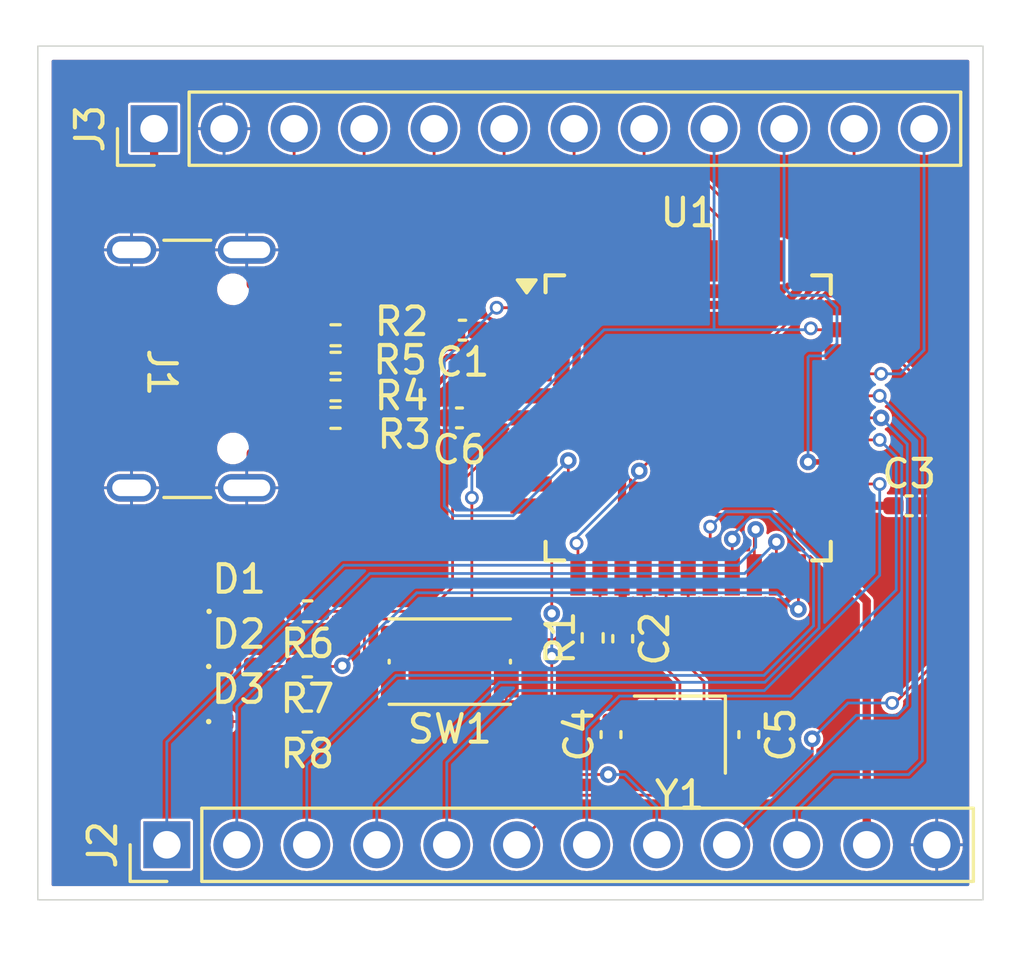
<source format=kicad_pcb>
(kicad_pcb (version 20240108) (generator "pcbnew") (generator_version "8.0")
  (layers (0 "F.Cu" signal) (31 "B.Cu" signal) (34 "B.Paste" user) (35 "F.Paste" user) (36 "B.SilkS" user "B.Silkscreen") (37 "F.SilkS" user "F.Silkscreen") (38 "B.Mask" user) (39 "F.Mask" user) (44 "Edge.Cuts" user))
  (net 0 "")
  (net 1 "GND")
  (net 2 "VCC")
  (net 3 "Net-(U1-XTAL2)")
  (net 4 "Net-(U1-XTAL1)")
  (net 5 "Net-(U1-UCAP)")
  (net 6 "Net-(D1-A)")
  (net 7 "Net-(D2-A)")
  (net 8 "Net-(D3-A)")
  (net 10 "Net-(J1-CC2)")
  (net 12 "Net-(J1-CC1)")
  (net 13 "Net-(J1-D+-PadA6)")
  (net 14 "Net-(J1-D--PadA7)")
  (net 15 "/D4")
  (net 16 "/D9")
  (net 17 "/D6")
  (net 18 "/D5")
  (net 19 "/D3")
  (net 20 "/D7")
  (net 21 "/D1")
  (net 22 "/D8")
  (net 23 "/D0")
  (net 24 "/D2")
  (net 25 "/D10")
  (net 26 "/A1")
  (net 27 "/D12")
  (net 28 "/A3")
  (net 29 "/D13")
  (net 30 "/A4")
  (net 31 "/A5")
  (net 32 "/A0")
  (net 33 "/D11")
  (net 34 "/A2")
  (net 35 "Net-(U1-~{RESET})")
  (net 36 "/D+")
  (net 37 "/D-")
  (net 38 "/RX_LED")
  (net 39 "/TX_LED")
  (footprint "Resistor_SMD:R_0402_1005Metric" (layer "F.Cu") (at 62.834237 37.486171 90)
    (property "Reference" "R1" (at 0 -1.17 90) (layer "F.SilkS"))
    (property "Value" "10k")
    (fp_line (start -0.153641 -0.38) (end 0.153641 -0.38) (stroke (width 0.12)) (layer "F.SilkS"))
    (fp_line (start -0.153641 0.38) (end 0.153641 0.38) (stroke (width 0.12)) (layer "F.SilkS"))
    (pad "1" smd roundrect (at -0.51 0 90) (size 0.54 0.64) (layers "F.Cu" "F.Paste" "F.Mask") (net 2 "VCC"))
    (pad "2" smd roundrect (at 0.51 0 90) (size 0.54 0.64) (layers "F.Cu" "F.Paste" "F.Mask") (net 35 "Net-(U1-~{RESET})"))
  )
  (footprint "Capacitor_SMD:C_0402_1005Metric_Pad0.74x0.62mm_HandSolder" (layer "F.Cu") (at 74.318049 32.69156)
    (property "Reference" "C3" (at 0 -1.16 0) (layer "F.SilkS"))
    (property "Value" "100n")
    (fp_line (start -0.115835 -0.36) (end 0.115835 -0.36) (stroke (width 0.12)) (layer "F.SilkS"))
    (fp_line (start -0.115835 0.36) (end 0.115835 0.36) (stroke (width 0.12)) (layer "F.SilkS"))
    (pad "1" smd roundrect (at -0.5675 0) (size 0.735 0.62) (layers "F.Cu" "F.Paste" "F.Mask") (net 2 "VCC"))
    (pad "2" smd roundrect (at 0.5675 0) (size 0.735 0.62) (layers "F.Cu" "F.Paste" "F.Mask") (net 1 "GND"))
  )
  (footprint "Button_Switch_SMD:SW_Push_1P1T_NO_CK_KMR2" (layer "F.Cu") (at 57.65 38.35 180)
    (property "Reference" "SW1" (at 0 -2.45 0) (layer "F.SilkS"))
    (property "Value" "SW_Push")
    (fp_line (start 2.2 0.05) (end 2.2 -0.05) (stroke (width 0.12)) (layer "F.SilkS"))
    (fp_line (start 2.2 -1.55) (end -2.2 -1.55) (stroke (width 0.12)) (layer "F.SilkS"))
    (fp_line (start -2.2 1.55) (end 2.2 1.55) (stroke (width 0.12)) (layer "F.SilkS"))
    (fp_line (start -2.2 0.05) (end -2.2 -0.05) (stroke (width 0.12)) (layer "F.SilkS"))
    (pad "1" smd rect (at -2.05 -0.8 180) (size 0.9 1) (layers "F.Cu" "F.Paste" "F.Mask") (net 1 "GND"))
    (pad "1" smd rect (at 2.05 -0.8 180) (size 0.9 1) (layers "F.Cu" "F.Paste" "F.Mask") (net 1 "GND"))
    (pad "2" smd rect (at -2.05 0.8 180) (size 0.9 1) (layers "F.Cu" "F.Paste" "F.Mask") (net 35 "Net-(U1-~{RESET})"))
    (pad "2" smd rect (at 2.05 0.8 180) (size 0.9 1) (layers "F.Cu" "F.Paste" "F.Mask") (net 35 "Net-(U1-~{RESET})"))
  )
  (footprint "Capacitor_SMD:C_0402_1005Metric" (layer "F.Cu") (at 63.5 41 90)
    (property "Reference" "C4" (at 0 -1.16 90) (layer "F.SilkS"))
    (property "Value" "22p")
    (fp_line (start -0.107836 -0.36) (end 0.107836 -0.36) (stroke (width 0.12)) (layer "F.SilkS"))
    (fp_line (start -0.107836 0.36) (end 0.107836 0.36) (stroke (width 0.12)) (layer "F.SilkS"))
    (pad "1" smd roundrect (at -0.48 0 90) (size 0.56 0.62) (layers "F.Cu" "F.Paste" "F.Mask") (net 3 "Net-(U1-XTAL2)"))
    (pad "2" smd roundrect (at 0.48 0 90) (size 0.56 0.62) (layers "F.Cu" "F.Paste" "F.Mask") (net 1 "GND"))
  )
  (footprint "Capacitor_SMD:C_0402_1005Metric_Pad0.74x0.62mm_HandSolder" (layer "F.Cu") (at 58.108788 26.314621 180)
    (property "Reference" "C1" (at 0 -1.16 0) (layer "F.SilkS"))
    (property "Value" "100n")
    (fp_line (start -0.115835 0.36) (end 0.115835 0.36) (stroke (width 0.12)) (layer "F.SilkS"))
    (fp_line (start -0.115835 -0.36) (end 0.115835 -0.36) (stroke (width 0.12)) (layer "F.SilkS"))
    (pad "1" smd roundrect (at -0.5675 0 180) (size 0.735 0.62) (layers "F.Cu" "F.Paste" "F.Mask") (net 2 "VCC"))
    (pad "2" smd roundrect (at 0.5675 0 180) (size 0.735 0.62) (layers "F.Cu" "F.Paste" "F.Mask") (net 1 "GND"))
  )
  (footprint "Resistor_SMD:R_0402_1005Metric_Pad0.72x0.64mm_HandSolder" (layer "F.Cu") (at 53.505 27.5)
    (property "Reference" "R5" (at 2.345 -0.1 0) (layer "F.SilkS"))
    (property "Value" "22")
    (fp_line (start -0.167621 -0.38) (end 0.167621 -0.38) (stroke (width 0.12)) (layer "F.SilkS"))
    (fp_line (start -0.167621 0.38) (end 0.167621 0.38) (stroke (width 0.12)) (layer "F.SilkS"))
    (pad "1" smd roundrect (at -0.5975 0) (size 0.715 0.64) (layers "F.Cu" "F.Paste" "F.Mask") (net 13 "Net-(J1-D+-PadA6)"))
    (pad "2" smd roundrect (at 0.5975 0) (size 0.715 0.64) (layers "F.Cu" "F.Paste" "F.Mask") (net 37 "/D-"))
  )
  (footprint "Connector_USB:USB_C_Receptacle_GCT_USB4105-xx-A_16P_TopMnt_Horizontal" (layer "F.Cu") (at 47.175 27.72 -90)
    (property "Reference" "J1" (at 0.13 -0.025 -90) (layer "F.SilkS"))
    (property "Value" "USB_C_Receptacle_USB2.0_16P")
    (fp_line (start -4.67 -0.1) (end -4.67 -1.8) (stroke (width 0.12)) (layer "F.SilkS"))
    (fp_line (start 4.67 -0.1) (end 4.67 -1.8) (stroke (width 0.12)) (layer "F.SilkS"))
    (pad "" np_thru_hole circle (at -2.89 -2.605 270) (size 0.65 0.65) (drill 0.65) (layers "F&B.Cu" "*.Mask"))
    (pad "" np_thru_hole circle (at 2.89 -2.605 270) (size 0.65 0.65) (drill 0.65) (layers "F&B.Cu" "*.Mask"))
    (pad "A1" smd roundrect (at -3.2 -3.68 270) (size 0.6 1.15) (layers "F.Cu" "F.Paste" "F.Mask") (net 1 "GND"))
    (pad "A4" smd roundrect (at -2.4 -3.68 270) (size 0.6 1.15) (layers "F.Cu" "F.Paste" "F.Mask") (net 2 "VCC"))
    (pad "A5" smd roundrect (at -1.25 -3.68 270) (size 0.3 1.15) (layers "F.Cu" "F.Paste" "F.Mask") (net 12 "Net-(J1-CC1)"))
    (pad "A6" smd roundrect (at -0.25 -3.68 270) (size 0.3 1.15) (layers "F.Cu" "F.Paste" "F.Mask") (net 13 "Net-(J1-D+-PadA6)"))
    (pad "A7" smd roundrect (at 0.25 -3.68 270) (size 0.3 1.15) (layers "F.Cu" "F.Paste" "F.Mask") (net 14 "Net-(J1-D--PadA7)"))
    (pad "A8" smd roundrect (at 1.25 -3.68 270) (size 0.3 1.15) (layers "F.Cu" "F.Paste" "F.Mask"))
    (pad "A9" smd roundrect (at 2.4 -3.68 270) (size 0.6 1.15) (layers "F.Cu" "F.Paste" "F.Mask") (net 2 "VCC"))
    (pad "A12" smd roundrect (at 3.2 -3.68 270) (size 0.6 1.15) (layers "F.Cu" "F.Paste" "F.Mask") (net 1 "GND"))
    (pad "B1" smd roundrect (at 3.2 -3.68 270) (size 0.6 1.15) (layers "F.Cu" "F.Paste" "F.Mask") (net 1 "GND"))
    (pad "B4" smd roundrect (at 2.4 -3.68 270) (size 0.6 1.15) (layers "F.Cu" "F.Paste" "F.Mask") (net 2 "VCC"))
    (pad "B5" smd roundrect (at 1.75 -3.68 270) (size 0.3 1.15) (layers "F.Cu" "F.Paste" "F.Mask") (net 10 "Net-(J1-CC2)"))
    (pad "B6" smd roundrect (at 0.75 -3.68 270) (size 0.3 1.15) (layers "F.Cu" "F.Paste" "F.Mask") (net 13 "Net-(J1-D+-PadA6)"))
    (pad "B7" smd roundrect (at -0.75 -3.68 270) (size 0.3 1.15) (layers "F.Cu" "F.Paste" "F.Mask") (net 14 "Net-(J1-D--PadA7)"))
    (pad "B8" smd roundrect (at -1.75 -3.68 270) (size 0.3 1.15) (layers "F.Cu" "F.Paste" "F.Mask"))
    (pad "B9" smd roundrect (at -2.4 -3.68 270) (size 0.6 1.15) (layers "F.Cu" "F.Paste" "F.Mask") (net 2 "VCC"))
    (pad "B12" smd roundrect (at -3.2 -3.68 270) (size 0.6 1.15) (layers "F.Cu" "F.Paste" "F.Mask") (net 1 "GND"))
    (pad "S1" thru_hole oval (at -4.32 -3.105 270) (size 1 2.1) (drill oval 0.6 1.7) (layers "*.Cu" "*.Mask" "F.Paste") (net 1 "GND"))
    (pad "S1" thru_hole oval (at -4.32 1.075 270) (size 1 1.8) (drill oval 0.6 1.4) (layers "*.Cu" "*.Mask" "F.Paste") (net 1 "GND"))
    (pad "S1" thru_hole oval (at 4.32 -3.105 270) (size 1 2.1) (drill oval 0.6 1.7) (layers "*.Cu" "*.Mask" "F.Paste") (net 1 "GND"))
    (pad "S1" thru_hole oval (at 4.32 1.075 270) (size 1 1.8) (drill oval 0.6 1.4) (layers "*.Cu" "*.Mask" "F.Paste") (net 1 "GND"))
  )
  (footprint "Capacitor_SMD:C_0402_1005Metric" (layer "F.Cu") (at 58 29.5 180)
    (property "Reference" "C6" (at 0 -1.16 0) (layer "F.SilkS"))
    (property "Value" "1u")
    (fp_line (start -0.107836 0.36) (end 0.107836 0.36) (stroke (width 0.12)) (layer "F.SilkS"))
    (fp_line (start -0.107836 -0.36) (end 0.107836 -0.36) (stroke (width 0.12)) (layer "F.SilkS"))
    (pad "1" smd roundrect (at -0.48 0 180) (size 0.56 0.62) (layers "F.Cu" "F.Paste" "F.Mask") (net 5 "Net-(U1-UCAP)"))
    (pad "2" smd roundrect (at 0.48 0 180) (size 0.56 0.62) (layers "F.Cu" "F.Paste" "F.Mask") (net 1 "GND"))
  )
  (footprint "Resistor_SMD:R_0402_1005Metric" (layer "F.Cu") (at 52.48 40.525 180)
    (property "Reference" "R8" (at 0 -1.17 0) (layer "F.SilkS"))
    (property "Value" "330")
    (fp_line (start -0.153641 0.38) (end 0.153641 0.38) (stroke (width 0.12)) (layer "F.SilkS"))
    (fp_line (start -0.153641 -0.38) (end 0.153641 -0.38) (stroke (width 0.12)) (layer "F.SilkS"))
    (pad "1" smd roundrect (at -0.51 0 180) (size 0.54 0.64) (layers "F.Cu" "F.Paste" "F.Mask") (net 29 "/D13"))
    (pad "2" smd roundrect (at 0.51 0 180) (size 0.54 0.64) (layers "F.Cu" "F.Paste" "F.Mask") (net 8 "Net-(D3-A)"))
  )
  (footprint "Connector_PinHeader_2.54mm:PinHeader_1x12_P2.54mm_Vertical" (layer "F.Cu") (at 46.92 19 90)
    (property "Reference" "J3" (at 0 -2.33 90) (layer "F.SilkS"))
    (property "Value" "Conn_01x12")
    (fp_line (start -1.33 -1.33) (end 0 -1.33) (stroke (width 0.12)) (layer "F.SilkS"))
    (fp_line (start -1.33 0) (end -1.33 -1.33) (stroke (width 0.12)) (layer "F.SilkS"))
    (fp_line (start 1.33 1.27) (end 1.33 29.27) (stroke (width 0.12)) (layer "F.SilkS"))
    (fp_line (start -1.33 1.27) (end 1.33 1.27) (stroke (width 0.12)) (layer "F.SilkS"))
    (fp_line (start -1.33 1.27) (end -1.33 29.27) (stroke (width 0.12)) (layer "F.SilkS"))
    (fp_line (start -1.33 29.27) (end 1.33 29.27) (stroke (width 0.12)) (layer "F.SilkS"))
    (pad "1" thru_hole rect (at 0 0 90) (size 1.7 1.7) (drill 1) (layers "*.Cu" "*.Mask") (net 2 "VCC"))
    (pad "2" thru_hole oval (at 0 2.54 90) (size 1.7 1.7) (drill 1) (layers "*.Cu" "*.Mask") (net 1 "GND"))
    (pad "3" thru_hole oval (at 0 5.08 90) (size 1.7 1.7) (drill 1) (layers "*.Cu" "*.Mask") (net 31 "/A5"))
    (pad "4" thru_hole oval (at 0 7.62 90) (size 1.7 1.7) (drill 1) (layers "*.Cu" "*.Mask") (net 30 "/A4"))
    (pad "5" thru_hole oval (at 0 10.16 90) (size 1.7 1.7) (drill 1) (layers "*.Cu" "*.Mask") (net 28 "/A3"))
    (pad "6" thru_hole oval (at 0 12.7 90) (size 1.7 1.7) (drill 1) (layers "*.Cu" "*.Mask") (net 34 "/A2"))
    (pad "7" thru_hole oval (at 0 15.24 90) (size 1.7 1.7) (drill 1) (layers "*.Cu" "*.Mask") (net 26 "/A1"))
    (pad "8" thru_hole oval (at 0 17.78 90) (size 1.7 1.7) (drill 1) (layers "*.Cu" "*.Mask") (net 32 "/A0"))
    (pad "9" thru_hole oval (at 0 20.32 90) (size 1.7 1.7) (drill 1) (layers "*.Cu" "*.Mask") (net 29 "/D13"))
    (pad "10" thru_hole oval (at 0 22.86 90) (size 1.7 1.7) (drill 1) (layers "*.Cu" "*.Mask") (net 27 "/D12"))
    (pad "11" thru_hole oval (at 0 25.4 90) (size 1.7 1.7) (drill 1) (layers "*.Cu" "*.Mask") (net 33 "/D11"))
    (pad "12" thru_hole oval (at 0 27.94 90) (size 1.7 1.7) (drill 1) (layers "*.Cu" "*.Mask") (net 25 "/D10"))
  )
  (footprint "Resistor_SMD:R_0402_1005Metric" (layer "F.Cu") (at 52.49 36.525 180)
    (property "Reference" "R6" (at 0 -1.17 0) (layer "F.SilkS"))
    (property "Value" "330")
    (fp_line (start -0.153641 0.38) (end 0.153641 0.38) (stroke (width 0.12)) (layer "F.SilkS"))
    (fp_line (start -0.153641 -0.38) (end 0.153641 -0.38) (stroke (width 0.12)) (layer "F.SilkS"))
    (pad "1" smd roundrect (at -0.51 0 180) (size 0.54 0.64) (layers "F.Cu" "F.Paste" "F.Mask") (net 38 "/RX_LED"))
    (pad "2" smd roundrect (at 0.51 0 180) (size 0.54 0.64) (layers "F.Cu" "F.Paste" "F.Mask") (net 6 "Net-(D1-A)"))
  )
  (footprint "Connector_PinHeader_2.54mm:PinHeader_1x12_P2.54mm_Vertical" (layer "F.Cu") (at 47.38 45 90)
    (property "Reference" "J2" (at 0 -2.33 90) (layer "F.SilkS"))
    (property "Value" "Conn_01x12")
    (fp_line (start -1.33 -1.33) (end 0 -1.33) (stroke (width 0.12)) (layer "F.SilkS"))
    (fp_line (start -1.33 0) (end -1.33 -1.33) (stroke (width 0.12)) (layer "F.SilkS"))
    (fp_line (start 1.33 1.27) (end 1.33 29.27) (stroke (width 0.12)) (layer "F.SilkS"))
    (fp_line (start -1.33 1.27) (end 1.33 1.27) (stroke (width 0.12)) (layer "F.SilkS"))
    (fp_line (start -1.33 1.27) (end -1.33 29.27) (stroke (width 0.12)) (layer "F.SilkS"))
    (fp_line (start -1.33 29.27) (end 1.33 29.27) (stroke (width 0.12)) (layer "F.SilkS"))
    (pad "1" thru_hole rect (at 0 0 90) (size 1.7 1.7) (drill 1) (layers "*.Cu" "*.Mask") (net 23 "/D0"))
    (pad "2" thru_hole oval (at 0 2.54 90) (size 1.7 1.7) (drill 1) (layers "*.Cu" "*.Mask") (net 21 "/D1"))
    (pad "3" thru_hole oval (at 0 5.08 90) (size 1.7 1.7) (drill 1) (layers "*.Cu" "*.Mask") (net 24 "/D2"))
    (pad "4" thru_hole oval (at 0 7.62 90) (size 1.7 1.7) (drill 1) (layers "*.Cu" "*.Mask") (net 19 "/D3"))
    (pad "5" thru_hole oval (at 0 10.16 90) (size 1.7 1.7) (drill 1) (layers "*.Cu" "*.Mask") (net 15 "/D4"))
    (pad "6" thru_hole oval (at 0 12.7 90) (size 1.7 1.7) (drill 1) (layers "*.Cu" "*.Mask") (net 18 "/D5"))
    (pad "7" thru_hole oval (at 0 15.24 90) (size 1.7 1.7) (drill 1) (layers "*.Cu" "*.Mask") (net 17 "/D6"))
    (pad "8" thru_hole oval (at 0 17.78 90) (size 1.7 1.7) (drill 1) (layers "*.Cu" "*.Mask") (net 20 "/D7"))
    (pad "9" thru_hole oval (at 0 20.32 90) (size 1.7 1.7) (drill 1) (layers "*.Cu" "*.Mask") (net 22 "/D8"))
    (pad "10" thru_hole oval (at 0 22.86 90) (size 1.7 1.7) (drill 1) (layers "*.Cu" "*.Mask") (net 16 "/D9"))
    (pad "11" thru_hole oval (at 0 25.4 90) (size 1.7 1.7) (drill 1) (layers "*.Cu" "*.Mask") (net 2 "VCC"))
    (pad "12" thru_hole oval (at 0 27.94 90) (size 1.7 1.7) (drill 1) (layers "*.Cu" "*.Mask") (net 1 "GND"))
  )
  (footprint "Resistor_SMD:R_0402_1005Metric_Pad0.72x0.64mm_HandSolder" (layer "F.Cu") (at 53.5025 28.5)
    (property "Reference" "R4" (at 2.3975 0.2 0) (layer "F.SilkS"))
    (property "Value" "22")
    (fp_line (start -0.167621 -0.38) (end 0.167621 -0.38) (stroke (width 0.12)) (layer "F.SilkS"))
    (fp_line (start -0.167621 0.38) (end 0.167621 0.38) (stroke (width 0.12)) (layer "F.SilkS"))
    (pad "1" smd roundrect (at -0.5975 0) (size 0.715 0.64) (layers "F.Cu" "F.Paste" "F.Mask") (net 14 "Net-(J1-D--PadA7)"))
    (pad "2" smd roundrect (at 0.5975 0) (size 0.715 0.64) (layers "F.Cu" "F.Paste" "F.Mask") (net 36 "/D+"))
  )
  (footprint "LED_SMD:LED_0402_1005Metric" (layer "F.Cu") (at 49.99 38.525)
    (property "Reference" "D2" (at 0 -1.17 0) (layer "F.SilkS"))
    (property "Value" "BLUE")
    (fp_circle (center -1.09 0) (end -1.04 0) (stroke (width 0.1)) (fill none) (layer "F.SilkS"))
    (pad "1" smd roundrect (at -0.485 0) (size 0.59 0.64) (layers "F.Cu" "F.Paste" "F.Mask") (net 1 "GND"))
    (pad "2" smd roundrect (at 0.485 0) (size 0.59 0.64) (layers "F.Cu" "F.Paste" "F.Mask") (net 7 "Net-(D2-A)"))
  )
  (footprint "LED_SMD:LED_0402_1005Metric" (layer "F.Cu") (at 49.99 40.525)
    (property "Reference" "D3" (at 0 -1.17 0) (layer "F.SilkS"))
    (property "Value" "BLUE")
    (fp_circle (center -1.09 0) (end -1.04 0) (stroke (width 0.1)) (fill none) (layer "F.SilkS"))
    (pad "1" smd roundrect (at -0.485 0) (size 0.59 0.64) (layers "F.Cu" "F.Paste" "F.Mask") (net 1 "GND"))
    (pad "2" smd roundrect (at 0.485 0) (size 0.59 0.64) (layers "F.Cu" "F.Paste" "F.Mask") (net 8 "Net-(D3-A)"))
  )
  (footprint "Resistor_SMD:R_0402_1005Metric" (layer "F.Cu") (at 52.48 38.525 180)
    (property "Reference" "R7" (at 0 -1.17 0) (layer "F.SilkS"))
    (property "Value" "330")
    (fp_line (start -0.153641 0.38) (end 0.153641 0.38) (stroke (width 0.12)) (layer "F.SilkS"))
    (fp_line (start -0.153641 -0.38) (end 0.153641 -0.38) (stroke (width 0.12)) (layer "F.SilkS"))
    (pad "1" smd roundrect (at -0.51 0 180) (size 0.54 0.64) (layers "F.Cu" "F.Paste" "F.Mask") (net 39 "/TX_LED"))
    (pad "2" smd roundrect (at 0.51 0 180) (size 0.54 0.64) (layers "F.Cu" "F.Paste" "F.Mask") (net 7 "Net-(D2-A)"))
  )
  (footprint "Capacitor_SMD:C_0402_1005Metric_Pad0.74x0.62mm_HandSolder" (layer "F.Cu") (at 63.925009 37.518195 -90)
    (property "Reference" "C2" (at 0 -1.16 90) (layer "F.SilkS"))
    (property "Value" "100n")
    (fp_line (start -0.115835 0.36) (end 0.115835 0.36) (stroke (width 0.12)) (layer "F.SilkS"))
    (fp_line (start -0.115835 -0.36) (end 0.115835 -0.36) (stroke (width 0.12)) (layer "F.SilkS"))
    (pad "1" smd roundrect (at -0.5675 0 270) (size 0.735 0.62) (layers "F.Cu" "F.Paste" "F.Mask") (net 2 "VCC"))
    (pad "2" smd roundrect (at 0.5675 0 270) (size 0.735 0.62) (layers "F.Cu" "F.Paste" "F.Mask") (net 1 "GND"))
  )
  (footprint "Package_QFP:TQFP-44_10x10mm_P0.8mm" (layer "F.Cu") (at 66.3 29.5)
    (property "Reference" "U1" (at 0 -7.45 0) (layer "F.SilkS"))
    (property "Value" "ATmega32U4-A")
    (fp_line (start -5.175 -5.175) (end -5.175 -4.56) (stroke (width 0.15)) (layer "F.SilkS"))
    (fp_line (start -5.175 -5.175) (end -4.5 -5.175) (stroke (width 0.15)) (layer "F.SilkS"))
    (fp_line (start -5.175 5.175) (end -5.175 4.5) (stroke (width 0.15)) (layer "F.SilkS"))
    (fp_line (start -5.175 5.175) (end -4.5 5.175) (stroke (width 0.15)) (layer "F.SilkS"))
    (fp_line (start 5.175 -5.175) (end 4.5 -5.175) (stroke (width 0.15)) (layer "F.SilkS"))
    (fp_line (start 5.175 -5.175) (end 5.175 -4.5) (stroke (width 0.15)) (layer "F.SilkS"))
    (fp_line (start 5.175 5.175) (end 4.5 5.175) (stroke (width 0.15)) (layer "F.SilkS"))
    (fp_line (start 5.175 5.175) (end 5.175 4.5) (stroke (width 0.15)) (layer "F.SilkS"))
    (fp_poly (pts (xy -5.86 -4.54) (xy -6.2 -5.01) (xy -5.52 -5.01) (xy -5.86 -4.54)) (stroke (width 0.12)) (fill solid) (layer "F.SilkS"))
    (pad "1" smd rect (at -5.7 -4) (size 1.5 0.55) (layers "F.Cu" "F.Paste" "F.Mask") (net 20 "/D7"))
    (pad "2" smd rect (at -5.7 -3.2) (size 1.5 0.55) (layers "F.Cu" "F.Paste" "F.Mask") (net 2 "VCC"))
    (pad "3" smd rect (at -5.7 -2.4) (size 1.5 0.55) (layers "F.Cu" "F.Paste" "F.Mask") (net 37 "/D-"))
    (pad "4" smd rect (at -5.7 -1.6) (size 1.5 0.55) (layers "F.Cu" "F.Paste" "F.Mask") (net 36 "/D+"))
    (pad "5" smd rect (at -5.7 -0.8) (size 1.5 0.55) (layers "F.Cu" "F.Paste" "F.Mask") (net 1 "GND"))
    (pad "6" smd rect (at -5.7 0) (size 1.5 0.55) (layers "F.Cu" "F.Paste" "F.Mask") (net 5 "Net-(U1-UCAP)"))
    (pad "7" smd rect (at -5.7 0.8) (size 1.5 0.55) (layers "F.Cu" "F.Paste" "F.Mask") (net 2 "VCC"))
    (pad "8" smd rect (at -5.7 1.6) (size 1.5 0.55) (layers "F.Cu" "F.Paste" "F.Mask") (net 38 "/RX_LED"))
    (pad "9" smd rect (at -5.7 2.4) (size 1.5 0.55) (layers "F.Cu" "F.Paste" "F.Mask"))
    (pad "10" smd rect (at -5.7 3.2) (size 1.5 0.55) (layers "F.Cu" "F.Paste" "F.Mask"))
    (pad "11" smd rect (at -5.7 4) (size 1.5 0.55) (layers "F.Cu" "F.Paste" "F.Mask"))
    (pad "12" smd rect (at -4 5.7 90) (size 1.5 0.55) (layers "F.Cu" "F.Paste" "F.Mask") (net 33 "/D11"))
    (pad "13" smd rect (at -3.2 5.7 90) (size 1.5 0.55) (layers "F.Cu" "F.Paste" "F.Mask") (net 35 "Net-(U1-~{RESET})"))
    (pad "14" smd rect (at -2.4 5.7 90) (size 1.5 0.55) (layers "F.Cu" "F.Paste" "F.Mask") (net 2 "VCC"))
    (pad "15" smd rect (at -1.6 5.7 90) (size 1.5 0.55) (layers "F.Cu" "F.Paste" "F.Mask") (net 1 "GND"))
    (pad "16" smd rect (at -0.8 5.7 90) (size 1.5 0.55) (layers "F.Cu" "F.Paste" "F.Mask") (net 3 "Net-(U1-XTAL2)"))
    (pad "17" smd rect (at 0 5.7 90) (size 1.5 0.55) (layers "F.Cu" "F.Paste" "F.Mask") (net 4 "Net-(U1-XTAL1)"))
    (pad "18" smd rect (at 0.8 5.7 90) (size 1.5 0.55) (layers "F.Cu" "F.Paste" "F.Mask") (net 19 "/D3"))
    (pad "19" smd rect (at 1.6 5.7 90) (size 1.5 0.55) (layers "F.Cu" "F.Paste" "F.Mask") (net 24 "/D2"))
    (pad "20" smd rect (at 2.4 5.7 90) (size 1.5 0.55) (layers "F.Cu" "F.Paste" "F.Mask") (net 23 "/D0"))
    (pad "21" smd rect (at 3.2 5.7 90) (size 1.5 0.55) (layers "F.Cu" "F.Paste" "F.Mask") (net 21 "/D1"))
    (pad "22" smd rect (at 4 5.7 90) (size 1.5 0.55) (layers "F.Cu" "F.Paste" "F.Mask") (net 39 "/TX_LED"))
    (pad "23" smd rect (at 5.7 4) (size 1.5 0.55) (layers "F.Cu" "F.Paste" "F.Mask") (net 1 "GND"))
    (pad "24" smd rect (at 5.7 3.2) (size 1.5 0.55) (layers "F.Cu" "F.Paste" "F.Mask") (net 2 "VCC"))
    (pad "25" smd rect (at 5.7 2.4) (size 1.5 0.55) (layers "F.Cu" "F.Paste" "F.Mask") (net 15 "/D4"))
    (pad "26" smd rect (at 5.7 1.6) (size 1.5 0.55) (layers "F.Cu" "F.Paste" "F.Mask") (net 27 "/D12"))
    (pad "27" smd rect (at 5.7 0.8) (size 1.5 0.55) (layers "F.Cu" "F.Paste" "F.Mask") (net 17 "/D6"))
    (pad "28" smd rect (at 5.7 0) (size 1.5 0.55) (layers "F.Cu" "F.Paste" "F.Mask") (net 22 "/D8"))
    (pad "29" smd rect (at 5.7 -0.8) (size 1.5 0.55) (layers "F.Cu" "F.Paste" "F.Mask") (net 16 "/D9"))
    (pad "30" smd rect (at 5.7 -1.6) (size 1.5 0.55) (layers "F.Cu" "F.Paste" "F.Mask") (net 25 "/D10"))
    (pad "31" smd rect (at 5.7 -2.4) (size 1.5 0.55) (layers "F.Cu" "F.Paste" "F.Mask") (net 18 "/D5"))
    (pad "32" smd rect (at 5.7 -3.2) (size 1.5 0.55) (layers "F.Cu" "F.Paste" "F.Mask") (net 29 "/D13"))
    (pad "33" smd rect (at 5.7 -4) (size 1.5 0.55) (layers "F.Cu" "F.Paste" "F.Mask"))
    (pad "34" smd rect (at 4 -5.7 90) (size 1.5 0.55) (layers "F.Cu" "F.Paste" "F.Mask") (net 2 "VCC"))
    (pad "35" smd rect (at 3.2 -5.7 90) (size 1.5 0.55) (layers "F.Cu" "F.Paste" "F.Mask") (net 1 "GND"))
    (pad "36" smd rect (at 2.4 -5.7 90) (size 1.5 0.55) (layers "F.Cu" "F.Paste" "F.Mask") (net 32 "/A0"))
    (pad "37" smd rect (at 1.6 -5.7 90) (size 1.5 0.55) (layers "F.Cu" "F.Paste" "F.Mask") (net 26 "/A1"))
    (pad "38" smd rect (at 0.8 -5.7 90) (size 1.5 0.55) (layers "F.Cu" "F.Paste" "F.Mask") (net 34 "/A2"))
    (pad "39" smd rect (at 0 -5.7 90) (size 1.5 0.55) (layers "F.Cu" "F.Paste" "F.Mask") (net 28 "/A3"))
    (pad "40" smd rect (at -0.8 -5.7 90) (size 1.5 0.55) (layers "F.Cu" "F.Paste" "F.Mask") (net 30 "/A4"))
    (pad "41" smd rect (at -1.6 -5.7 90) (size 1.5 0.55) (layers "F.Cu" "F.Paste" "F.Mask") (net 31 "/A5"))
    (pad "42" smd rect (at -2.4 -5.7 90) (size 1.5 0.55) (layers "F.Cu" "F.Paste" "F.Mask"))
    (pad "43" smd rect (at -3.2 -5.7 90) (size 1.5 0.55) (layers "F.Cu" "F.Paste" "F.Mask") (net 1 "GND"))
    (pad "44" smd rect (at -4 -5.7 90) (size 1.5 0.55) (layers "F.Cu" "F.Paste" "F.Mask") (net 2 "VCC"))
  )
  (footprint "Resistor_SMD:R_0402_1005Metric_Pad0.72x0.64mm_HandSolder" (layer "F.Cu") (at 53.5025 29.5)
    (property "Reference" "R3" (at 2.4975 0.6 0) (layer "F.SilkS"))
    (property "Value" "5.1k")
    (fp_line (start -0.167621 -0.38) (end 0.167621 -0.38) (stroke (width 0.12)) (layer "F.SilkS"))
    (fp_line (start -0.167621 0.38) (end 0.167621 0.38) (stroke (width 0.12)) (layer "F.SilkS"))
    (pad "1" smd roundrect (at -0.5975 0) (size 0.715 0.64) (layers "F.Cu" "F.Paste" "F.Mask") (net 10 "Net-(J1-CC2)"))
    (pad "2" smd roundrect (at 0.5975 0) (size 0.715 0.64) (layers "F.Cu" "F.Paste" "F.Mask") (net 1 "GND"))
  )
  (footprint "Crystal:Crystal_SMD_2520-4Pin_2.5x2.0mm" (layer "F.Cu") (at 66 41 180)
    (property "Reference" "Y1" (at 0 -2.2 0) (layer "F.SilkS"))
    (property "Value" "16M")
    (fp_line (start -1.65 1.4) (end 1.65 1.4) (stroke (width 0.12)) (layer "F.SilkS"))
    (fp_line (start -1.65 -1.4) (end -1.65 1.4) (stroke (width 0.12)) (layer "F.SilkS"))
    (pad "1" smd rect (at -0.875 0.7 180) (size 1.15 1) (layers "F.Cu" "F.Paste" "F.Mask") (net 4 "Net-(U1-XTAL1)"))
    (pad "2" smd rect (at 0.875 0.7 180) (size 1.15 1) (layers "F.Cu" "F.Paste" "F.Mask") (net 1 "GND"))
    (pad "3" smd rect (at 0.875 -0.7 180) (size 1.15 1) (layers "F.Cu" "F.Paste" "F.Mask") (net 3 "Net-(U1-XTAL2)"))
    (pad "4" smd rect (at -0.875 -0.7 180) (size 1.15 1) (layers "F.Cu" "F.Paste" "F.Mask") (net 1 "GND"))
  )
  (footprint "LED_SMD:LED_0402_1005Metric" (layer "F.Cu") (at 50.005 36.525)
    (property "Reference" "D1" (at 0 -1.17 0) (layer "F.SilkS"))
    (property "Value" "BLUE")
    (fp_circle (center -1.09 0) (end -1.04 0) (stroke (width 0.1)) (fill none) (layer "F.SilkS"))
    (pad "1" smd roundrect (at -0.485 0) (size 0.59 0.64) (layers "F.Cu" "F.Paste" "F.Mask") (net 1 "GND"))
    (pad "2" smd roundrect (at 0.485 0) (size 0.59 0.64) (layers "F.Cu" "F.Paste" "F.Mask") (net 6 "Net-(D1-A)"))
  )
  (footprint "Resistor_SMD:R_0402_1005Metric_Pad0.72x0.64mm_HandSolder" (layer "F.Cu") (at 53.505 26.5)
    (property "Reference" "R2" (at 2.395 -0.5 0) (layer "F.SilkS"))
    (property "Value" "5.1k")
    (fp_line (start -0.167621 -0.38) (end 0.167621 -0.38) (stroke (width 0.12)) (layer "F.SilkS"))
    (fp_line (start -0.167621 0.38) (end 0.167621 0.38) (stroke (width 0.12)) (layer "F.SilkS"))
    (pad "1" smd roundrect (at -0.5975 0) (size 0.715 0.64) (layers "F.Cu" "F.Paste" "F.Mask") (net 12 "Net-(J1-CC1)"))
    (pad "2" smd roundrect (at 0.5975 0) (size 0.715 0.64) (layers "F.Cu" "F.Paste" "F.Mask") (net 1 "GND"))
  )
  (footprint "Capacitor_SMD:C_0402_1005Metric" (layer "F.Cu") (at 68.5 41 -90)
    (property "Reference" "C5" (at 0 -1.16 90) (layer "F.SilkS"))
    (property "Value" "22p")
    (fp_line (start -0.107836 0.36) (end 0.107836 0.36) (stroke (width 0.12)) (layer "F.SilkS"))
    (fp_line (start -0.107836 -0.36) (end 0.107836 -0.36) (stroke (width 0.12)) (layer "F.SilkS"))
    (pad "1" smd roundrect (at -0.48 0 270) (size 0.56 0.62) (layers "F.Cu" "F.Paste" "F.Mask") (net 4 "Net-(U1-XTAL1)"))
    (pad "2" smd roundrect (at 0.48 0 270) (size 0.56 0.62) (layers "F.Cu" "F.Paste" "F.Mask") (net 1 "GND"))
  )
  (gr_rect (start 42.7 16) (end 77 47) (stroke (width 0.05)) (fill none) (layer "Edge.Cuts"))
  (segment (start 63.95 32.7) (end 63.9 32.65) (width 0.3) (layer "F.Cu") (net 2))
  (segment (start 46.92 19) (end 46.92 20.52) (width 0.3) (layer "F.Cu") (net 2))
  (segment (start 63.9 31.35) (end 62.25 29.7) (width 0.3) (layer "F.Cu") (net 2))
  (segment (start 62.879533 37.996171) (end 63.925009 36.950695) (width 0.3) (layer "F.Cu") (net 2))
  (segment (start 51.5 21.85) (end 53.5 23.85) (width 0.3) (layer "F.Cu") (net 2))
  (segment (start 53.5 25.27) (end 53.55 25.32) (width 0.3) (layer "F.Cu") (net 2))
  (segment (start 62.3 25.4) (end 69.75 25.4) (width 0.3) (layer "F.Cu") (net 2))
  (segment (start 73.750549 32.69156) (end 72.00844 32.69156) (width 0.3) (layer "F.Cu") (net 2))
  (segment (start 56.9 24.65) (end 61.45 24.65) (width 0.3) (layer "F.Cu") (net 2))
  (segment (start 61.45 24.65) (end 62.25 25.45) (width 0.3) (layer "F.Cu") (net 2))
  (segment (start 49.45 25.85) (end 49.545 25.755) (width 0.3) (layer "F.Cu") (net 2))
  (segment (start 49.45 29.15) (end 49.45 25.85) (width 0.3) (layer "F.Cu") (net 2))
  (segment (start 50.855 25.32) (end 56.23 25.32) (width 0.3) (layer "F.Cu") (net 2))
  (segment (start 60.585379 26.314621) (end 60.6 26.3) (width 0.3) (layer "F.Cu") (net 2))
  (segment (start 56.22 25.32) (end 56.225 25.325) (width 0.3) (layer "F.Cu") (net 2))
  (segment (start 53.55 25.32) (end 56.22 25.32) (width 0.3) (layer "F.Cu") (net 2))
  (segment (start 63.925009 35.225009) (end 63.9 35.2) (width 0.3) (layer "F.Cu") (net 2))
  (segment (start 70.3 24.85) (end 70.3 23.8) (width 0.3) (layer "F.Cu") (net 2))
  (segment (start 62.3 23.8) (end 62.3 25.4) (width 0.3) (layer "F.Cu") (net 2))
  (segment (start 56.23 25.32) (end 56.3 25.25) (width 0.3) (layer "F.Cu") (net 2))
  (segment (start 62.25 25.45) (end 62.25 25.85) (width 0.3) (layer "F.Cu") (net 2))
  (segment (start 50.315305 25.32) (end 50.855 25.32) (width 0.3) (layer "F.Cu") (net 2))
  (segment (start 62.3 25.4) (end 62.25 25.45) (width 0.3) (layer "F.Cu") (net 2))
  (segment (start 63.925009 36.950695) (end 63.925009 35.225009) (width 0.3) (layer "F.Cu") (net 2))
  (segment (start 72 32.7) (end 70.35 32.7) (width 0.3) (layer "F.Cu") (net 2))
  (segment (start 72.00844 32.69156) (end 72 32.7) (width 0.3) (layer "F.Cu") (net 2))
  (segment (start 70.35 32.7) (end 69.35 32.7) (width 0.3) (layer "F.Cu") (net 2))
  (segment (start 58.676288 26.314621) (end 60.585379 26.314621) (width 0.3) (layer "F.Cu") (net 2))
  (segment (start 72.78 36.155) (end 70.35 33.725) (width 0.3) (layer "F.Cu") (net 2))
  (segment (start 46.92 20.52) (end 48.25 21.85) (width 0.3) (layer "F.Cu") (net 2))
  (segment (start 50.385 30.085) (end 49.45 29.15) (width 0.3) (layer "F.Cu") (net 2))
  (segment (start 69.35 32.7) (end 63.95 32.7) (width 0.3) (layer "F.Cu") (net 2))
  (segment (start 56.225 25.325) (end 56.3 25.25) (width 0.3) (layer "F.Cu") (net 2))
  (segment (start 60.6 30.3) (end 61.65 30.3) (width 0.3) (layer "F.Cu") (net 2))
  (segment (start 53.5 23.85) (end 53.5 25.27) (width 0.3) (layer "F.Cu") (net 2))
  (segment (start 62.834237 37.996171) (end 62.879533 37.996171) (width 0.3) (layer "F.Cu") (net 2))
  (segment (start 61.65 30.3) (end 62.25 29.7) (width 0.3) (layer "F.Cu") (net 2))
  (segment (start 49.545 25.755) (end 49.880305 25.755) (width 0.3) (layer "F.Cu") (net 2))
  (segment (start 49.880305 25.755) (end 50.315305 25.32) (width 0.3) (layer "F.Cu") (net 2))
  (segment (start 70.35 33.725) (end 70.35 32.7) (width 0.3) (layer "F.Cu") (net 2))
  (segment (start 61.8 26.3) (end 60.6 26.3) (width 0.3) (layer "F.Cu") (net 2))
  (segment (start 63.9 35.2) (end 63.9 32.65) (width 0.3) (layer "F.Cu") (net 2))
  (segment (start 63.9 32.65) (end 63.9 31.35) (width 0.3) (layer "F.Cu") (net 2))
  (segment (start 62.25 29.7) (end 62.25 25.85) (width 0.3) (layer "F.Cu") (net 2))
  (segment (start 50.62 30.085) (end 50.385 30.085) (width 0.3) (layer "F.Cu") (net 2))
  (segment (start 69.75 25.4) (end 70.3 24.85) (width 0.3) (layer "F.Cu") (net 2))
  (segment (start 48.25 21.85) (end 51.5 21.85) (width 0.3) (layer "F.Cu") (net 2))
  (segment (start 56.3 25.25) (end 56.9 24.65) (width 0.3) (layer "F.Cu") (net 2))
  (segment (start 72.78 45) (end 72.78 36.155) (width 0.3) (layer "F.Cu") (net 2))
  (segment (start 62.25 25.85) (end 61.8 26.3) (width 0.3) (layer "F.Cu") (net 2))
  (segment (start 65.125 41.7) (end 65.35 41.7) (width 0.1) (layer "F.Cu") (net 3))
  (segment (start 63.72 41.7) (end 63.5 41.48) (width 0.1) (layer "F.Cu") (net 3))
  (segment (start 65.4 41.75) (end 66 41.15) (width 0.1) (layer "F.Cu") (net 3))
  (segment (start 66 39.1) (end 65.5 38.6) (width 0.1) (layer "F.Cu") (net 3))
  (segment (start 65.35 41.7) (end 65.4 41.75) (width 0.1) (layer "F.Cu") (net 3))
  (segment (start 65.5 38.6) (end 65.5 35.2) (width 0.1) (layer "F.Cu") (net 3))
  (segment (start 65.125 41.7) (end 63.72 41.7) (width 0.1) (layer "F.Cu") (net 3))
  (segment (start 66 41.15) (end 66 39.1) (width 0.1) (layer "F.Cu") (net 3))
  (segment (start 66.875 40.3) (end 66.875 39.075) (width 0.1) (layer "F.Cu") (net 4))
  (segment (start 66.3 38.5) (end 66.3 35.2) (width 0.1) (layer "F.Cu") (net 4))
  (segment (start 66.875 39.075) (end 66.3 38.5) (width 0.1) (layer "F.Cu") (net 4))
  (segment (start 66.875 40.3) (end 67.45 40.3) (width 0.1) (layer "F.Cu") (net 4))
  (segment (start 67.45 40.3) (end 67.67 40.52) (width 0.1) (layer "F.Cu") (net 4))
  (segment (start 67.67 40.52) (end 68.5 40.52) (width 0.1) (layer "F.Cu") (net 4))
  (segment (start 58.48 29.5) (end 60.6 29.5) (width 0.2) (layer "F.Cu") (net 5))
  (segment (start 50.49 36.525) (end 51.98 36.525) (width 0.1) (layer "F.Cu") (net 6))
  (segment (start 50.475 38.525) (end 51.97 38.525) (width 0.1) (layer "F.Cu") (net 7))
  (segment (start 50.475 40.525) (end 51.97 40.525) (width 0.1) (layer "F.Cu") (net 8))
  (segment (start 50.855 29.47) (end 52.875 29.47) (width 0.1) (layer "F.Cu") (net 10))
  (segment (start 52.875 29.47) (end 52.905 29.5) (width 0.1) (layer "F.Cu") (net 10))
  (segment (start 50.855 29.47) (end 50.885 29.5) (width 0.1) (layer "F.Cu") (net 10))
  (segment (start 50.855 26.5) (end 52.9075 26.5) (width 0.1) (layer "F.Cu") (net 12))
  (segment (start 50.855 27.47) (end 52.8775 27.47) (width 0.1) (layer "F.Cu") (net 13))
  (segment (start 51.429999 28.47) (end 51.58 28.319999) (width 0.1) (layer "F.Cu") (net 13))
  (segment (start 51.58 28.319999) (end 51.58 27.78) (width 0.1) (layer "F.Cu") (net 13))
  (segment (start 52.8775 27.47) (end 52.9075 27.5) (width 0.1) (layer "F.Cu") (net 13))
  (segment (start 51.27 27.47) (end 50.855 27.47) (width 0.1) (layer "F.Cu") (net 13))
  (segment (start 50.855 28.47) (end 51.429999 28.47) (width 0.1) (layer "F.Cu") (net 13))
  (segment (start 51.58 27.78) (end 51.27 27.47) (width 0.1) (layer "F.Cu") (net 13))
  (segment (start 50.787499 28) (end 50.2125 28) (width 0.1) (layer "F.Cu") (net 14))
  (segment (start 50.237499 27) (end 50.787499 27) (width 0.1) (layer "F.Cu") (net 14))
  (segment (start 50.2125 28) (end 50.062499 27.849999) (width 0.1) (layer "F.Cu") (net 14))
  (segment (start 50.885 26.97) (end 50.855 27) (width 0.1) (layer "F.Cu") (net 14))
  (segment (start 52.905 28.5) (end 53.595 27.81) (width 0.1) (layer "F.Cu") (net 14))
  (segment (start 53.17784 26.97) (end 50.885 26.97) (width 0.1) (layer "F.Cu") (net 14))
  (segment (start 50.062499 27.849999) (end 50.062499 27.175) (width 0.1) (layer "F.Cu") (net 14))
  (segment (start 53.595 27.38716) (end 53.17784 26.97) (width 0.1) (layer "F.Cu") (net 14))
  (segment (start 53.595 27.81) (end 53.595 27.38716) (width 0.1) (layer "F.Cu") (net 14))
  (segment (start 50.062499 27.175) (end 50.237499 27) (width 0.1) (layer "F.Cu") (net 14))
  (segment (start 73.25 31.9) (end 72 31.9) (width 0.1) (layer "F.Cu") (net 15))
  (via (at 73.25 31.9) (size 0.5) (drill 0.3) (layers "F.Cu" "B.Cu") (net 15))
  (segment (start 73.25 31.9) (end 73.25 35.215686) (width 0.1) (layer "B.Cu") (net 15))
  (segment (start 60.15 39.4) (end 57.54 42.01) (width 0.1) (layer "B.Cu") (net 15))
  (segment (start 57.54 42.01) (end 57.54 45) (width 0.1) (layer "B.Cu") (net 15))
  (segment (start 69.065686 39.4) (end 60.15 39.4) (width 0.1) (layer "B.Cu") (net 15))
  (segment (start 73.25 35.215686) (end 69.065686 39.4) (width 0.1) (layer "B.Cu") (net 15))
  (segment (start 72 28.7) (end 73.25 28.7) (width 0.1) (layer "F.Cu") (net 16))
  (via (at 73.25 28.7) (size 0.5) (drill 0.3) (layers "F.Cu" "B.Cu") (net 16))
  (segment (start 70.24 45) (end 70.24 43.76) (width 0.1) (layer "B.Cu") (net 16))
  (segment (start 74.3 42.45) (end 74.8 41.95) (width 0.1) (layer "B.Cu") (net 16))
  (segment (start 74.8 41.95) (end 74.8 30.25) (width 0.1) (layer "B.Cu") (net 16))
  (segment (start 70.24 43.76) (end 71.55 42.45) (width 0.1) (layer "B.Cu") (net 16))
  (segment (start 74.8 30.25) (end 73.25 28.7) (width 0.1) (layer "B.Cu") (net 16))
  (segment (start 71.55 42.45) (end 74.3 42.45) (width 0.1) (layer "B.Cu") (net 16))
  (segment (start 72 30.3) (end 73.25 30.3) (width 0.1) (layer "F.Cu") (net 17))
  (via (at 73.25 30.3) (size 0.5) (drill 0.3) (layers "F.Cu" "B.Cu") (net 17))
  (segment (start 73.85 35.75) (end 70 39.6) (width 0.1) (layer "B.Cu") (net 17))
  (segment (start 62.62 40.78) (end 62.62 45) (width 0.1) (layer "B.Cu") (net 17))
  (segment (start 63.8 39.6) (end 62.62 40.78) (width 0.1) (layer "B.Cu") (net 17))
  (segment (start 70 39.6) (end 63.8 39.6) (width 0.1) (layer "B.Cu") (net 17))
  (segment (start 73.85 30.9) (end 73.85 35.75) (width 0.1) (layer "B.Cu") (net 17))
  (segment (start 73.25 30.3) (end 73.85 30.9) (width 0.1) (layer "B.Cu") (net 17))
  (segment (start 75.55 29) (end 75.55 38.1) (width 0.1) (layer "F.Cu") (net 18))
  (segment (start 70.8 41.75) (end 69.35 43.2) (width 0.1) (layer "F.Cu") (net 18))
  (segment (start 75.55 38.1) (end 74.05 39.6) (width 0.1) (layer "F.Cu") (net 18))
  (segment (start 73.8 39.85) (end 73.7 39.85) (width 0.1) (layer "F.Cu") (net 18))
  (segment (start 73.65 27.1) (end 75.55 29) (width 0.1) (layer "F.Cu") (net 18))
  (segment (start 61.88 43.2) (end 60.08 45) (width 0.1) (layer "F.Cu") (net 18))
  (segment (start 69.35 43.2) (end 61.88 43.2) (width 0.1) (layer "F.Cu") (net 18))
  (segment (start 72 27.1) (end 73.65 27.1) (width 0.1) (layer "F.Cu") (net 18))
  (segment (start 70.8 41.15) (end 70.8 41.75) (width 0.1) (layer "F.Cu") (net 18))
  (segment (start 74.05 39.6) (end 73.8 39.85) (width 0.1) (layer "F.Cu") (net 18))
  (via (at 70.8 41.15) (size 0.6) (drill 0.3) (layers "F.Cu" "B.Cu") (net 18))
  (via (at 73.7 39.85) (size 0.5) (drill 0.3) (layers "F.Cu" "B.Cu") (net 18))
  (segment (start 72.1 39.85) (end 73.7 39.85) (width 0.1) (layer "B.Cu") (net 18))
  (segment (start 70.8 41.15) (end 72.1 39.85) (width 0.1) (layer "B.Cu") (net 18))
  (segment (start 67.1 35.2) (end 67.1 33.45) (width 0.1) (layer "F.Cu") (net 19))
  (via (at 67.1 33.45) (size 0.5) (drill 0.3) (layers "F.Cu" "B.Cu") (net 19))
  (segment (start 67.65 32.9) (end 69.31924 32.9) (width 0.1) (layer "B.Cu") (net 19))
  (segment (start 71.05 37.132843) (end 69.082843 39.1) (width 0.1) (layer "B.Cu") (net 19))
  (segment (start 55 43.55) (end 55 45) (width 0.1) (layer "B.Cu") (net 19))
  (segment (start 67.1 33.45) (end 67.65 32.9) (width 0.1) (layer "B.Cu") (net 19))
  (segment (start 69.31924 32.9) (end 71.05 34.63076) (width 0.1) (layer "B.Cu") (net 19))
  (segment (start 69.082843 39.1) (end 59.45 39.1) (width 0.1) (layer "B.Cu") (net 19))
  (segment (start 71.05 34.63076) (end 71.05 37.132843) (width 0.1) (layer "B.Cu") (net 19))
  (segment (start 59.45 39.1) (end 55 43.55) (width 0.1) (layer "B.Cu") (net 19))
  (segment (start 63.4 42.45) (end 61.75 42.45) (width 0.1) (layer "F.Cu") (net 20))
  (segment (start 60.6 25.5) (end 59.35 25.5) (width 0.1) (layer "F.Cu") (net 20))
  (segment (start 61.35 38) (end 61.35 38.15) (width 0.1) (layer "F.Cu") (net 20))
  (segment (start 61.35 34.313603) (end 61.95 33.713603) (width 0.1) (layer "F.Cu") (net 20))
  (segment (start 61.35 42.05) (end 61.35 38.15) (width 0.1) (layer "F.Cu") (net 20))
  (segment (start 61.75 42.45) (end 61.35 42.05) (width 0.1) (layer "F.Cu") (net 20))
  (segment (start 61.95 33.713603) (end 61.95 31.05) (width 0.1) (layer "F.Cu") (net 20))
  (segment (start 61.35 36.6) (end 61.35 34.313603) (width 0.1) (layer "F.Cu") (net 20))
  (via (at 61.35 36.6) (size 0.6) (drill 0.3) (layers "F.Cu" "B.Cu") (net 20))
  (via (at 61.95 31.05) (size 0.6) (drill 0.3) (layers "F.Cu" "B.Cu") (net 20))
  (via (at 61.35 38.15) (size 0.6) (drill 0.3) (layers "F.Cu" "B.Cu") (net 20))
  (via (at 59.35 25.5) (size 0.5) (drill 0.3) (layers "F.Cu" "B.Cu") (net 20))
  (via (at 63.4 42.45) (size 0.6) (drill 0.3) (layers "F.Cu" "B.Cu") (net 20))
  (segment (start 63.4 42.45) (end 64 42.45) (width 0.1) (layer "B.Cu") (net 20))
  (segment (start 59.95 33.05) (end 61.95 31.05) (width 0.1) (layer "B.Cu") (net 20))
  (segment (start 59.35 25.5) (end 57.45 27.4) (width 0.1) (layer "B.Cu") (net 20))
  (segment (start 57.8 33.05) (end 59.95 33.05) (width 0.1) (layer "B.Cu") (net 20))
  (segment (start 65.16 43.61) (end 65.16 45) (width 0.1) (layer "B.Cu") (net 20))
  (segment (start 61.35 38.15) (end 61.35 36.6) (width 0.1) (layer "B.Cu") (net 20))
  (segment (start 57.45 27.4) (end 57.45 32.7) (width 0.1) (layer "B.Cu") (net 20))
  (segment (start 57.45 32.7) (end 57.8 33.05) (width 0.1) (layer "B.Cu") (net 20))
  (segment (start 64 42.45) (end 65.16 43.61) (width 0.1) (layer "B.Cu") (net 20))
  (segment (start 69.5 35.2) (end 69.5 34) (width 0.1) (layer "F.Cu") (net 21))
  (via (at 69.5 34) (size 0.6) (drill 0.3) (layers "F.Cu" "B.Cu") (net 21))
  (segment (start 54.75 35.15) (end 49.92 39.98) (width 0.1) (layer "B.Cu") (net 21))
  (segment (start 69.5 34) (end 68.35 35.15) (width 0.1) (layer "B.Cu") (net 21))
  (segment (start 68.35 35.15) (end 54.75 35.15) (width 0.1) (layer "B.Cu") (net 21))
  (segment (start 49.92 39.98) (end 49.92 45) (width 0.1) (layer "B.Cu") (net 21))
  (segment (start 73.3 29.5) (end 72 29.5) (width 0.1) (layer "F.Cu") (net 22))
  (via (at 73.3 29.5) (size 0.6) (drill 0.3) (layers "F.Cu" "B.Cu") (net 22))
  (segment (start 74.25 39.936397) (end 73.886397 40.3) (width 0.1) (layer "B.Cu") (net 22))
  (segment (start 73.3 29.5) (end 74.25 30.45) (width 0.1) (layer "B.Cu") (net 22))
  (segment (start 72.4 40.3) (end 67.7 45) (width 0.1) (layer "B.Cu") (net 22))
  (segment (start 73.886397 40.3) (end 72.4 40.3) (width 0.1) (layer "B.Cu") (net 22))
  (segment (start 74.25 30.45) (end 74.25 39.936397) (width 0.1) (layer "B.Cu") (net 22))
  (segment (start 68.75 33.55) (end 68.7 33.6) (width 0.1) (layer "F.Cu") (net 23))
  (segment (start 68.7 33.6) (end 68.7 35.2) (width 0.1) (layer "F.Cu") (net 23))
  (via (at 68.75 33.55) (size 0.6) (drill 0.3) (layers "F.Cu" "B.Cu") (net 23))
  (segment (start 68.75 34.2) (end 68.1 34.85) (width 0.1) (layer "B.Cu") (net 23))
  (segment (start 47.38 41.27) (end 47.38 45) (width 0.1) (layer "B.Cu") (net 23))
  (segment (start 68.75 33.55) (end 68.75 34.2) (width 0.1) (layer "B.Cu") (net 23))
  (segment (start 53.8 34.85) (end 47.38 41.27) (width 0.1) (layer "B.Cu") (net 23))
  (segment (start 68.1 34.85) (end 53.8 34.85) (width 0.1) (layer "B.Cu") (net 23))
  (segment (start 67.9 33.9) (end 67.9 35.2) (width 0.1) (layer "F.Cu") (net 24))
  (via (at 67.9 33.9) (size 0.6) (drill 0.3) (layers "F.Cu" "B.Cu") (net 24))
  (segment (start 67.9 33.9) (end 67.9 33.763603) (width 0.1) (layer "B.Cu") (net 24))
  (segment (start 70.85 37.05) (end 69.05 38.85) (width 0.1) (layer "B.Cu") (net 24))
  (segment (start 52.46 42.09) (end 52.46 45) (width 0.1) (layer "B.Cu") (net 24))
  (segment (start 69.236397 33.1) (end 70.85 34.713603) (width 0.1) (layer "B.Cu") (net 24))
  (segment (start 70.85 34.713603) (end 70.85 37.05) (width 0.1) (layer "B.Cu") (net 24))
  (segment (start 55.7 38.85) (end 52.46 42.09) (width 0.1) (layer "B.Cu") (net 24))
  (segment (start 68.563603 33.1) (end 69.236397 33.1) (width 0.1) (layer "B.Cu") (net 24))
  (segment (start 69.05 38.85) (end 55.7 38.85) (width 0.1) (layer "B.Cu") (net 24))
  (segment (start 67.9 33.763603) (end 68.563603 33.1) (width 0.1) (layer "B.Cu") (net 24))
  (segment (start 73.3 27.9) (end 72 27.9) (width 0.1) (layer "F.Cu") (net 25))
  (via (at 73.3 27.9) (size 0.5) (drill 0.3) (layers "F.Cu" "B.Cu") (net 25))
  (segment (start 74.86 27.04) (end 74.86 19) (width 0.1) (layer "B.Cu") (net 25))
  (segment (start 73.3 27.9) (end 74 27.9) (width 0.1) (layer "B.Cu") (net 25))
  (segment (start 74 27.9) (end 74.86 27.04) (width 0.1) (layer "B.Cu") (net 25))
  (segment (start 67.9 23.8) (end 67.9 22.7) (width 0.1) (layer "F.Cu") (net 26))
  (segment (start 62.7 20.9) (end 62.15 20.35) (width 0.1) (layer "F.Cu") (net 26))
  (segment (start 62.15 20.35) (end 62.16 20.34) (width 0.1) (layer "F.Cu") (net 26))
  (segment (start 67.9 22.7) (end 66.1 20.9) (width 0.1) (layer "F.Cu") (net 26))
  (segment (start 66.1 20.9) (end 62.7 20.9) (width 0.1) (layer "F.Cu") (net 26))
  (segment (start 62.16 20.34) (end 62.16 19) (width 0.1) (layer "F.Cu") (net 26))
  (segment (start 70.65 31.1) (end 72 31.1) (width 0.2) (layer "F.Cu") (net 27))
  (via (at 70.65 31.1) (size 0.6) (drill 0.3) (layers "F.Cu" "B.Cu") (net 27))
  (segment (start 71.25 25.05) (end 70.05 25.05) (width 0.1) (layer "B.Cu") (net 27))
  (segment (start 69.8 19.02) (end 69.78 19) (width 0.1) (layer "B.Cu") (net 27))
  (segment (start 70.65 31.1) (end 70.65 27.3) (width 0.1) (layer "B.Cu") (net 27))
  (segment (start 71.25 27.25) (end 71.7 26.8) (width 0.1) (layer "B.Cu") (net 27))
  (segment (start 70.05 25.05) (end 69.78 24.78) (width 0.1) (layer "B.Cu") (net 27))
  (segment (start 70.65 27.3) (end 70.7 27.25) (width 0.1) (layer "B.Cu") (net 27))
  (segment (start 71.7 26.8) (end 71.7 25.5) (width 0.1) (layer "B.Cu") (net 27))
  (segment (start 71.7 25.5) (end 71.25 25.05) (width 0.1) (layer "B.Cu") (net 27))
  (segment (start 70.7 27.25) (end 71.25 27.25) (width 0.1) (layer "B.Cu") (net 27))
  (segment (start 69.78 24.78) (end 69.78 19) (width 0.1) (layer "B.Cu") (net 27))
  (segment (start 58.25 21.4) (end 57.08 20.23) (width 0.1) (layer "F.Cu") (net 28))
  (segment (start 57.08 20.23) (end 57.08 19) (width 0.1) (layer "F.Cu") (net 28))
  (segment (start 66.3 23.8) (end 66.3 22.75) (width 0.1) (layer "F.Cu") (net 28))
  (segment (start 66.3 22.75) (end 64.95 21.4) (width 0.1) (layer "F.Cu") (net 28))
  (segment (start 64.95 21.4) (end 58.25 21.4) (width 0.1) (layer "F.Cu") (net 28))
  (segment (start 54.55 36.85) (end 54.6 36.8) (width 0.1) (layer "F.Cu") (net 29))
  (segment (start 54.55 39.55) (end 54.55 36.85) (width 0.1) (layer "F.Cu") (net 29))
  (segment (start 53.575 40.525) (end 54.55 39.55) (width 0.1) (layer "F.Cu") (net 29))
  (segment (start 58.2 36.8) (end 58.45 36.55) (width 0.1) (layer "F.Cu") (net 29))
  (segment (start 72 26.3) (end 70.8 26.3) (width 0.1) (layer "F.Cu") (net 29))
  (segment (start 58.45 36.55) (end 58.45 32.4) (width 0.1) (layer "F.Cu") (net 29))
  (segment (start 52.99 40.525) (end 53.575 40.525) (width 0.1) (layer "F.Cu") (net 29))
  (segment (start 70.8 26.3) (end 70.75 26.25) (width 0.1) (layer "F.Cu") (net 29))
  (segment (start 54.6 36.8) (end 58.2 36.8) (width 0.1) (layer "F.Cu") (net 29))
  (via (at 58.45 32.4) (size 0.5) (drill 0.3) (layers "F.Cu" "B.Cu") (net 29))
  (via (at 70.75 26.25) (size 0.5) (drill 0.3) (layers "F.Cu" "B.Cu") (net 29))
  (segment (start 67.24 19) (end 67.24 26.3) (width 0.1) (layer "B.Cu") (net 29))
  (segment (start 70.75 26.25) (end 70.7 26.3) (width 0.1) (layer "B.Cu") (net 29))
  (segment (start 58.45 31.1) (end 58.45 32.4) (width 0.1) (layer "B.Cu") (net 29))
  (segment (start 70.7 26.3) (end 67.24 26.3) (width 0.1) (layer "B.Cu") (net 29))
  (segment (start 67.24 26.3) (end 63.25 26.3) (width 0.1) (layer "B.Cu") (net 29))
  (segment (start 63.25 26.3) (end 58.45 31.1) (width 0.1) (layer "B.Cu") (net 29))
  (segment (start 65.5 22.7) (end 64.45 21.65) (width 0.1) (layer "F.Cu") (net 30))
  (segment (start 54.54 20.44) (end 54.54 19) (width 0.1) (layer "F.Cu") (net 30))
  (segment (start 55.75 21.65) (end 54.54 20.44) (width 0.1) (layer "F.Cu") (net 30))
  (segment (start 64.45 21.65) (end 55.75 21.65) (width 0.1) (layer "F.Cu") (net 30))
  (segment (start 65.5 23.8) (end 65.5 22.7) (width 0.1) (layer "F.Cu") (net 30))
  (segment (start 63.95 21.95) (end 53.65 21.95) (width 0.1) (layer "F.Cu") (net 31))
  (segment (start 64.7 22.7) (end 63.95 21.95) (width 0.1) (layer "F.Cu") (net 31))
  (segment (start 64.7 23.8) (end 64.7 22.7) (width 0.1) (layer "F.Cu") (net 31))
  (segment (start 53.65 21.95) (end 52 20.3) (width 0.1) (layer "F.Cu") (net 31))
  (segment (start 52 20.3) (end 52 19) (width 0.1) (layer "F.Cu") (net 31))
  (segment (start 66.65 20.65) (end 65.05 20.65) (width 0.1) (layer "F.Cu") (net 32))
  (segment (start 64.7 20.3) (end 64.7 19) (width 0.1) (layer "F.Cu") (net 32))
  (segment (start 68.7 22.7) (end 66.65 20.65) (width 0.1) (layer "F.Cu") (net 32))
  (segment (start 65.05 20.65) (end 64.7 20.3) (width 0.1) (layer "F.Cu") (net 32))
  (segment (start 68.7 23.8) (end 68.7 22.7) (width 0.1) (layer "F.Cu") (net 32))
  (segment (start 72.32 19) (end 72.32 23.63) (width 0.1) (layer "F.Cu") (net 33))
  (segment (start 62.3 34.1) (end 62.25 34.05) (width 0.1) (layer "F.Cu") (net 33))
  (segment (start 72.32 23.63) (end 64.525 31.425) (width 0.1) (layer "F.Cu") (net 33))
  (segment (start 64.525 31.425) (end 64.5 31.45) (width 0.1) (layer "F.Cu") (net 33))
  (segment (start 62.3 35.2) (end 62.3 34.1) (width 0.1) (layer "F.Cu") (net 33))
  (via (at 64.525 31.425) (size 0.6) (drill 0.3) (layers "F.Cu" "B.Cu") (net 33))
  (via (at 62.25 34.05) (size 0.5) (drill 0.3) (layers "F.Cu" "B.Cu") (net 33))
  (segment (start 64.525 31.425) (end 64.525 31.575) (width 0.1) (layer "B.Cu") (net 33))
  (segment (start 64.525 31.575) (end 62.25 33.85) (width 0.1) (layer "B.Cu") (net 33))
  (segment (start 62.25 33.85) (end 62.25 34.05) (width 0.1) (layer "B.Cu") (net 33))
  (segment (start 67.1 22.7) (end 65.5 21.1) (width 0.1) (layer "F.Cu") (net 34))
  (segment (start 67.1 23.8) (end 67.1 22.7) (width 0.1) (layer "F.Cu") (net 34))
  (segment (start 59.62 20.22) (end 59.62 19) (width 0.1) (layer "F.Cu") (net 34))
  (segment (start 65.5 21.1) (end 60.5 21.1) (width 0.1) (layer "F.Cu") (net 34))
  (segment (start 60.5 21.1) (end 59.62 20.22) (width 0.1) (layer "F.Cu") (net 34))
  (segment (start 63.1 35.2) (end 63.1 36.710408) (width 0.1) (layer "F.Cu") (net 35))
  (segment (start 59.7 37.55) (end 61.45 37.55) (width 0.1) (layer "F.Cu") (net 35))
  (segment (start 55.6 37.55) (end 59.7 37.55) (width 0.1) (layer "F.Cu") (net 35))
  (segment (start 62.023829 36.976171) (end 62.834237 36.976171) (width 0.1) (layer "F.Cu") (net 35))
  (segment (start 61.45 37.55) (end 62.023829 36.976171) (width 0.1) (layer "F.Cu") (net 35))
  (segment (start 63.1 36.710408) (end 62.834237 36.976171) (width 0.1) (layer "F.Cu") (net 35))
  (segment (start 54.376249 28.223751) (end 54.1 28.5) (width 0.2) (layer "F.Cu") (net 36))
  (segment (start 59.299999 27.725) (end 57.7432 27.725) (width 0.2) (layer "F.Cu") (net 36))
  (segment (start 57.244449 28.223751) (end 54.376249 28.223751) (width 0.2) (layer "F.Cu") (net 36))
  (segment (start 57.7432 27.725) (end 57.244449 28.223751) (width 0.2) (layer "F.Cu") (net 36))
  (segment (start 60.6 27.9) (end 59.474999 27.9) (width 0.2) (layer "F.Cu") (net 36))
  (segment (start 59.474999 27.9) (end 59.299999 27.725) (width 0.2) (layer "F.Cu") (net 36))
  (segment (start 57.5568 27.275) (end 57.0318 27.8) (width 0.2) (layer "F.Cu") (net 37))
  (segment (start 59.474999 27.1) (end 59.299999 27.275) (width 0.2) (layer "F.Cu") (net 37))
  (segment (start 60.6 27.1) (end 59.474999 27.1) (width 0.2) (layer "F.Cu") (net 37))
  (segment (start 54.4025 27.8) (end 54.1025 27.5) (width 0.2) (layer "F.Cu") (net 37))
  (segment (start 59.299999 27.275) (end 57.5568 27.275) (width 0.2) (layer "F.Cu") (net 37))
  (segment (start 57.0318 27.8) (end 54.4025 27.8) (width 0.2) (layer "F.Cu") (net 37))
  (segment (start 58.8 31.1) (end 60.6 31.1) (width 0.1) (layer "F.Cu") (net 38))
  (segment (start 57.75 35.65) (end 57.75 32.15) (width 0.1) (layer "F.Cu") (net 38))
  (segment (start 53 36.525) (end 56.875 36.525) (width 0.1) (layer "F.Cu") (net 38))
  (segment (start 56.875 36.525) (end 57.75 35.65) (width 0.1) (layer "F.Cu") (net 38))
  (segment (start 57.75 32.15) (end 58.8 31.1) (width 0.1) (layer "F.Cu") (net 38))
  (segment (start 52.99 38.525) (end 53.725 38.525) (width 0.1) (layer "F.Cu") (net 39))
  (segment (start 70.3 36.45) (end 70.3 35.2) (width 0.1) (layer "F.Cu") (net 39))
  (segment (start 53.725 38.525) (end 53.75 38.5) (width 0.1) (layer "F.Cu") (net 39))
  (via (at 70.3 36.45) (size 0.6) (drill 0.3) (layers "F.Cu" "B.Cu") (net 39))
  (via (at 53.75 38.5) (size 0.6) (drill 0.3) (layers "F.Cu" "B.Cu") (net 39))
  (segment (start 56.45 35.85) (end 69.5 35.85) (width 0.1) (layer "B.Cu") (net 39))
  (segment (start 70.1 36.45) (end 70.3 36.45) (width 0.1) (layer "B.Cu") (net 39))
  (segment (start 69.5 35.85) (end 70.1 36.45) (width 0.1) (layer "B.Cu") (net 39))
  (segment (start 55.4 36.9) (end 56.45 35.85) (width 0.1) (layer "B.Cu") (net 39))
  (segment (start 53.75 38.5) (end 55.35 36.9) (width 0.1) (layer "B.Cu") (net 39))
  (segment (start 55.35 36.9) (end 55.4 36.9) (width 0.1) (layer "B.Cu") (net 39))
  (zone (net 1) (net_name "GND") (layers "F&B.Cu") (connect_pads (clearance 0.1)) (min_thickness 0.1) (fill yes (thermal_gap 0.1) (thermal_bridge_width 0.1))
    (polygon (pts (xy 42.4 16) (xy 77 16) (xy 77 47) (xy 42.4 47)))
  )
)
</source>
